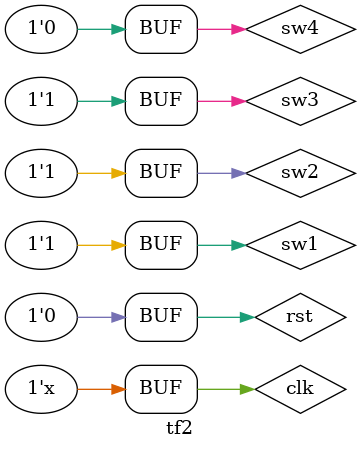
<source format=v>
`timescale 1ns/1ns

module tf2();

// DATE:     09:29:52 10/05/2011 
// MODULE:   testcounter
// DESIGN:   testcounter
// FILENAME: tf2.v
// PROJECT:  TEST_CIRCUIT
// VERSION:  


// Inputs
    reg clk;
    reg sw1;
    reg sw2;
    reg sw3;
    reg sw4;
	 reg rst;


// Outputs
    wire teststart;
    wire teststop;
    wire [4:0] led;
    wire clkout;


// Bidirs


// Instantiate the UUT
    testcounter uut (
        .clk(clk), 
		  .rst(rst),
        .sw1(sw1), 
        .sw2(sw2), 
        .sw3(sw3), 
        .sw4(sw4), 
        .teststart(teststart), 
        .teststop(teststop), 
        .led(led), 
        .clkout(clkout)
        );


// Initialize Inputs
           initial begin
            clk = 0;
            sw1 = 1;
            sw2 = 1;
            sw3 = 1;
            sw4 = 0;
				rst =0;
				#100 rst=1;
				#100 rst=0;
			  #1000	sw3 = 0;
			  #100 sw3=1;

			  #1000_000	sw3 = 0;
			  #100 sw3=1;

        end

            

 always 
 #20 clk =~clk;


endmodule


</source>
